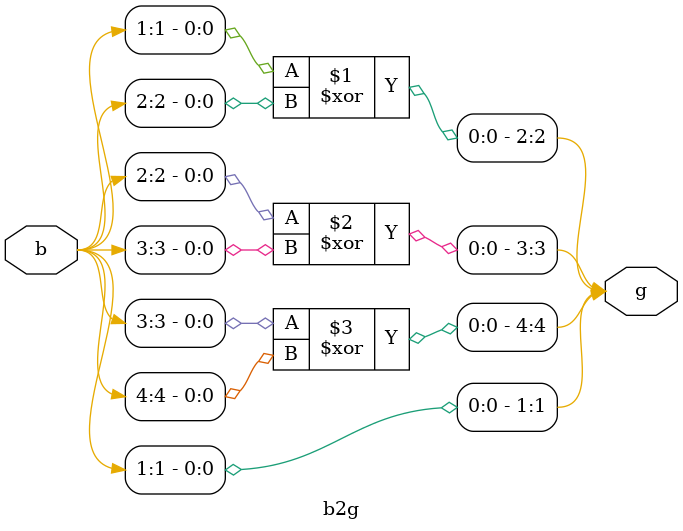
<source format=v>
`timescale 1ns / 1ps


module b2g(b,g);
input [1:4]b;
output [1:4]g;

buf gate1(g[1],b[1]);
xor gate2(g[2],b[1],b[2]);
xor gate3(g[3],b[2],b[3]);
xor gate4(g[4],b[3],b[4]);

endmodule

</source>
